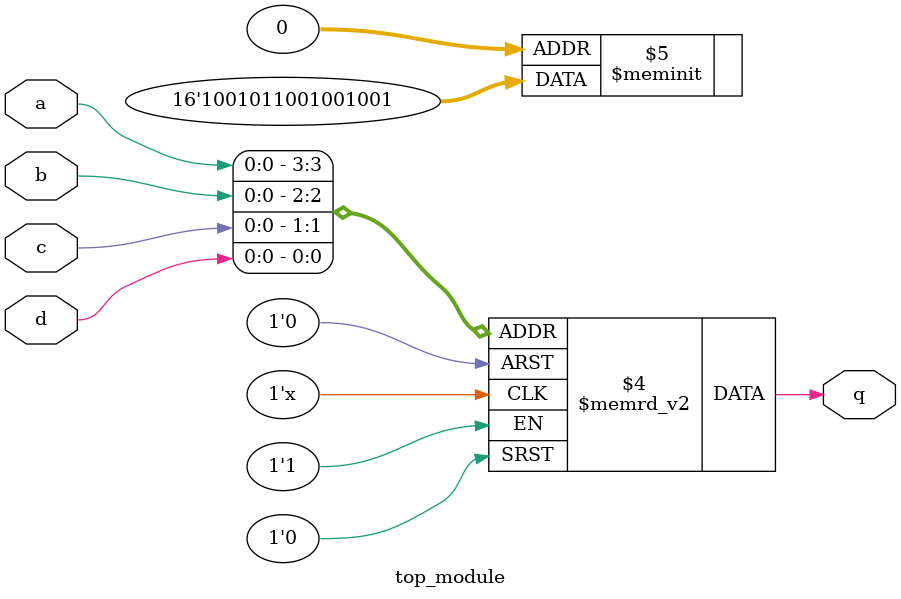
<source format=sv>
module top_module (
    input a,
    input b,
    input c,
    input d,
    output reg q
);

always @(*) begin
    case ({a, b, c, d})
        4'b0000: q = 1'b1;
        4'b0001: q = 1'b0;
        4'b0010: q = 1'b0;
        4'b0011: q = 1'b1;
        4'b0100: q = 1'b0;
        4'b0101: q = 1'b0;
        4'b0110: q = 1'b1;
        4'b0111: q = 1'b0;
        4'b1000: q = 1'b0;
        4'b1001: q = 1'b1;
        4'b1010: q = 1'b1;
        4'b1011: q = 1'b0;
        4'b1100: q = 1'b1;
        4'b1101: q = 1'b0;
        4'b1110: q = 1'b0;
        4'b1111: q = 1'b1;
    endcase
end

endmodule

</source>
